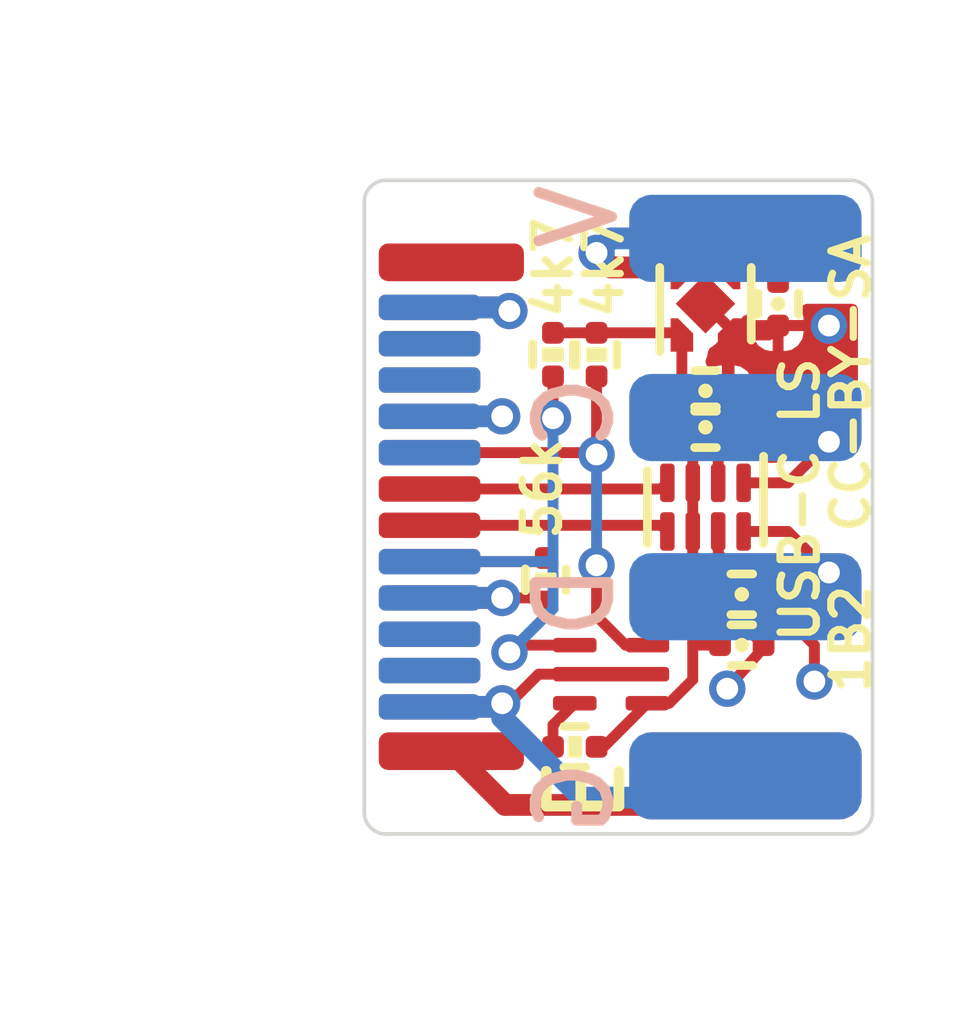
<source format=kicad_pcb>
(kicad_pcb (version 20221018) (generator pcbnew)
  (title_block (title "USB-C LevelShifter Paddle Card") (rev "R1") (company "1BitSquared") (comment 1 "(C) 2021 1BitSquared <info@1bitsquared.com>") (comment 2 "(C) 2021 Piotr Esden-Tempski <piotr@esden.net>"))
  (layers (0 "F.Cu" signal) (1 "In1.Cu" signal) (2 "In2.Cu" signal) (31 "B.Cu" signal) (34 "B.Paste" user) (35 "F.Paste" user) (36 "B.SilkS" user "B.Silkscreen") (37 "F.SilkS" user "F.Silkscreen") (38 "B.Mask" user) (39 "F.Mask" user) (44 "Edge.Cuts" user))
  (net 0 "")
  (net 1 "Earth")
  (net 2 "GND")
  (net 5 "VBUS")
  (net 6 "/DATA")
  (net 7 "/CLK")
  (net 8 "Net-(U3-Pad5)")
  (net 13 "Net-(J1-PadA5)")
  (net 17 "/SCL")
  (net 18 "/SDA")
  (net 19 "+3V3")
  (net 20 "/xCLK")
  (net 21 "/xDATA")
  (footprint "pkl_dipol:C_0201" (layer "F.Cu") (at 34.2 31.9 180)
    (fp_text reference "C5")
    (fp_text value "100n")
    (fp_line (start -0.15 -0.28) (end 0.15 -0.28) (stroke (width 0.12)) (layer "F.SilkS"))
    (fp_line (start 0.15 0.28) (end -0.15 0.28) (stroke (width 0.12)) (layer "F.SilkS"))
    (fp_circle (center 0 0) (end 0.05 0) (stroke (width 0.1)) (fill solid) (layer "F.SilkS"))
    (pad "1" smd roundrect (at -0.3 0 180) (size 0.3 0.3) (layers "F.Cu" "F.Paste" "F.Mask") (net 2 "GND"))
    (pad "2" smd roundrect (at 0.3 0 180) (size 0.3 0.3) (layers "F.Cu" "F.Paste" "F.Mask") (net 19 "+3V3"))
  )
  (footprint "pkl_dipol:C_0201" (layer "F.Cu") (at 33.7 28.9 180)
    (fp_text reference "C3")
    (fp_text value "100n")
    (fp_line (start -0.15 -0.28) (end 0.15 -0.28) (stroke (width 0.12)) (layer "F.SilkS"))
    (fp_line (start 0.15 0.28) (end -0.15 0.28) (stroke (width 0.12)) (layer "F.SilkS"))
    (fp_circle (center 0 0) (end 0.05 0) (stroke (width 0.1)) (fill solid) (layer "F.SilkS"))
    (pad "1" smd roundrect (at -0.3 0 180) (size 0.3 0.3) (layers "F.Cu" "F.Paste" "F.Mask") (net 2 "GND"))
    (pad "2" smd roundrect (at 0.3 0 180) (size 0.3 0.3) (layers "F.Cu" "F.Paste" "F.Mask") (net 19 "+3V3"))
  )
  (footprint "Package_SON:Texas_X2SON-4_1x1mm_P0.65mm" (layer "F.Cu") (at 33.7 27.2 90)
    (fp_text reference "U2")
    (fp_text value "3v3 VREG")
    (fp_line (start -0.66 -0.63) (end 0.5 -0.63) (stroke (width 0.12)) (layer "F.SilkS"))
    (fp_line (start -0.5 0.63) (end 0.5 0.63) (stroke (width 0.12)) (layer "F.SilkS"))
    (pad "1" smd custom (at -0.43 -0.325 90) (size 0.148492 0.148492) (layers "F.Cu") (net 19 "+3V3") (options (clearance outline) (anchor circle)) (primitives (gr_poly (pts (xy 0.23 -0.155) (xy -0.23 -0.155) (xy -0.23 0.155) (xy 0.020711 0.155) (xy 0.23 -0.054289)) (width 0) (fill yes))))
    (pad "2" smd custom (at -0.43 0.325 90) (size 0.148492 0.148492) (layers "F.Cu") (net 2 "GND") (options (clearance outline) (anchor circle)) (primitives (gr_poly (pts (xy 0.23 0.054289) (xy 0.23 0.155) (xy -0.23 0.155) (xy -0.23 -0.155) (xy 0.020711 -0.155)) (width 0) (fill yes))))
    (pad "3" smd custom (at 0.43 0.325 90) (size 0.148492 0.148492) (layers "F.Cu") (net 5 "VBUS") (options (clearance outline) (anchor circle)) (primitives (gr_poly (pts (xy 0.23 0.155) (xy 0.23 -0.155) (xy -0.020711 -0.155) (xy -0.23 0.054289) (xy -0.23 0.155)) (width 0) (fill yes))))
    (pad "4" smd custom (at 0.43 -0.325 90) (size 0.148492 0.148492) (layers "F.Cu") (net 5 "VBUS") (options (clearance outline) (anchor circle)) (primitives (gr_poly (pts (xy -0.23 -0.155) (xy 0.23 -0.155) (xy 0.23 0.155) (xy -0.020711 0.155) (xy -0.23 -0.054289)) (width 0) (fill yes))))
    (pad "5" smd rect (at 0 0 135) (size 0.58 0.58) (layers "F.Cu" "F.Paste" "F.Mask") (net 2 "GND"))
  )
  (footprint "pkl_dipol:R_0201" (layer "F.Cu") (at 32.2 27.9 -90)
    (fp_text reference "R3")
    (fp_text value "4k7")
    (fp_line (start -0.15 -0.28) (end 0.15 -0.28) (stroke (width 0.12)) (layer "F.SilkS"))
    (fp_line (start 0.15 0.28) (end -0.15 0.28) (stroke (width 0.12)) (layer "F.SilkS"))
    (fp_rect (start -0.075 -0.125) (end 0.075 0.125) (stroke (width 0.05)) (fill solid) (layer "F.SilkS"))
    (pad "1" smd roundrect (at -0.3 0 270) (size 0.3 0.3) (layers "F.Cu" "F.Paste" "F.Mask") (net 19 "+3V3"))
    (pad "2" smd roundrect (at 0.3 0 270) (size 0.3 0.3) (layers "F.Cu" "F.Paste" "F.Mask") (net 18 "/SDA"))
  )
  (footprint "Package_SON:X2SON-8_1.4x1mm_P0.35mm" (layer "F.Cu") (at 33.7 30 -90)
    (fp_text reference "U1")
    (fp_text value "NTS0102GF,115")
    (fp_line (start 0.5 -0.8) (end -0.7 -0.8) (stroke (width 0.12)) (layer "F.SilkS"))
    (fp_line (start 0.5 0.8) (end -0.5 0.8) (stroke (width 0.12)) (layer "F.SilkS"))
    (pad "1" smd roundrect (at -0.335 -0.525 180) (size 0.2 0.53) (layers "F.Cu" "F.Paste" "F.Mask") (net 20 "/xCLK"))
    (pad "2" smd roundrect (at -0.335 -0.175 180) (size 0.2 0.53) (layers "F.Cu" "F.Paste" "F.Mask") (net 2 "GND"))
    (pad "3" smd roundrect (at -0.335 0.175 180) (size 0.2 0.53) (layers "F.Cu" "F.Paste" "F.Mask") (net 19 "+3V3"))
    (pad "4" smd roundrect (at -0.335 0.525 180) (size 0.2 0.53) (layers "F.Cu" "F.Paste" "F.Mask") (net 7 "/CLK"))
    (pad "5" smd roundrect (at 0.335 0.525 180) (size 0.2 0.53) (layers "F.Cu" "F.Paste" "F.Mask") (net 6 "/DATA"))
    (pad "6" smd roundrect (at 0.335 0.175 180) (size 0.2 0.53) (layers "F.Cu" "F.Paste" "F.Mask") (net 19 "+3V3"))
    (pad "7" smd roundrect (at 0.335 -0.175 180) (size 0.2 0.53) (layers "F.Cu" "F.Paste" "F.Mask") (net 5 "VBUS"))
    (pad "8" smd roundrect (at 0.335 -0.525 180) (size 0.2 0.53) (layers "F.Cu" "F.Paste" "F.Mask") (net 21 "/xDATA"))
  )
  (footprint "pkl_dipol:R_0201" (layer "F.Cu") (at 31.9 33.3 180)
    (fp_text reference "R4")
    (fp_text value "4k7")
    (fp_line (start -0.15 -0.28) (end 0.15 -0.28) (stroke (width 0.12)) (layer "F.SilkS"))
    (fp_line (start 0.15 0.28) (end -0.15 0.28) (stroke (width 0.12)) (layer "F.SilkS"))
    (fp_rect (start -0.075 -0.125) (end 0.075 0.125) (stroke (width 0.05)) (fill solid) (layer "F.SilkS"))
    (pad "1" smd roundrect (at -0.3 0 180) (size 0.3 0.3) (layers "F.Cu" "F.Paste" "F.Mask") (net 19 "+3V3"))
    (pad "2" smd roundrect (at 0.3 0 180) (size 0.3 0.3) (layers "F.Cu" "F.Paste" "F.Mask") (net 8 "Net-(U3-Pad5)"))
  )
  (footprint "pkl_dipol:C_0201" (layer "F.Cu") (at 34.7 27.2 -90)
    (fp_text reference "C1")
    (fp_text value "1u")
    (fp_line (start -0.15 -0.28) (end 0.15 -0.28) (stroke (width 0.12)) (layer "F.SilkS"))
    (fp_line (start 0.15 0.28) (end -0.15 0.28) (stroke (width 0.12)) (layer "F.SilkS"))
    (fp_circle (center 0 0) (end 0.05 0) (stroke (width 0.1)) (fill solid) (layer "F.SilkS"))
    (pad "1" smd roundrect (at -0.3 0 270) (size 0.3 0.3) (layers "F.Cu" "F.Paste" "F.Mask") (net 5 "VBUS"))
    (pad "2" smd roundrect (at 0.3 0 270) (size 0.3 0.3) (layers "F.Cu" "F.Paste" "F.Mask") (net 2 "GND"))
  )
  (footprint "pkl_dipol:R_0201" (layer "F.Cu") (at 31.6 27.9 -90)
    (fp_text reference "R2")
    (fp_text value "4k7")
    (fp_line (start -0.15 -0.28) (end 0.15 -0.28) (stroke (width 0.12)) (layer "F.SilkS"))
    (fp_line (start 0.15 0.28) (end -0.15 0.28) (stroke (width 0.12)) (layer "F.SilkS"))
    (fp_rect (start -0.075 -0.125) (end 0.075 0.125) (stroke (width 0.05)) (fill solid) (layer "F.SilkS"))
    (pad "1" smd roundrect (at -0.3 0 270) (size 0.3 0.3) (layers "F.Cu" "F.Paste" "F.Mask") (net 19 "+3V3"))
    (pad "2" smd roundrect (at 0.3 0 270) (size 0.3 0.3) (layers "F.Cu" "F.Paste" "F.Mask") (net 17 "/SCL"))
  )
  (footprint "pkl_dipol:C_0201" (layer "F.Cu") (at 33.7 28.4)
    (fp_text reference "C2")
    (fp_text value "1u")
    (fp_line (start -0.15 -0.28) (end 0.15 -0.28) (stroke (width 0.12)) (layer "F.SilkS"))
    (fp_line (start 0.15 0.28) (end -0.15 0.28) (stroke (width 0.12)) (layer "F.SilkS"))
    (fp_circle (center 0 0) (end 0.05 0) (stroke (width 0.1)) (fill solid) (layer "F.SilkS"))
    (pad "1" smd roundrect (at -0.3 0) (size 0.3 0.3) (layers "F.Cu" "F.Paste" "F.Mask") (net 19 "+3V3"))
    (pad "2" smd roundrect (at 0.3 0) (size 0.3 0.3) (layers "F.Cu" "F.Paste" "F.Mask") (net 2 "GND"))
  )
  (footprint "pkl_pads:PAD_SMD_1.2x2.5" (layer "F.Cu") (at 33.9 33.7)
    (fp_text reference "P5")
    (fp_text value "PAD_SMD")
    (pad "1" smd roundrect (at 0.35 0) (size 3.2 1.2) (layers "F.Cu" "F.Mask") (net 1 "Earth"))
  )
  (footprint "pkl_housings_dfn_qfn:UFDFPN-5_1.7x1.4mm_P0.4mm" (layer "F.Cu") (at 32.4 32.3 180)
    (fp_text reference "U3")
    (fp_text value "M24C02-FMH")
    (pad "1" smd roundrect (at -0.5 -0.4 180) (size 0.6 0.2) (layers "F.Cu" "F.Paste" "F.Mask") (net 19 "+3V3"))
    (pad "2" smd roundrect (at 0 0 180) (size 1.6 0.2) (layers "F.Cu" "F.Paste" "F.Mask") (net 2 "GND"))
    (pad "3" smd roundrect (at -0.5 0.4 180) (size 0.6 0.2) (layers "F.Cu" "F.Paste" "F.Mask") (net 18 "/SDA"))
    (pad "4" smd roundrect (at 0.5 0.4 180) (size 0.6 0.2) (layers "F.Cu" "F.Paste" "F.Mask") (net 17 "/SCL"))
    (pad "5" smd roundrect (at 0.5 -0.4 180) (size 0.6 0.2) (layers "F.Cu" "F.Paste" "F.Mask") (net 8 "Net-(U3-Pad5)"))
  )
  (footprint "pkl_connectors:USB_C_Plug_CNC_C-AW10-AK5V50" (layer "F.Cu") (at 30 30 90)
    (fp_text reference "J1")
    (fp_text value "USB_C_Receptacle")
    (pad "A1" smd roundrect (at -2.75 -0.1 90) (size 0.35 1.4) (layers "F.Cu" "F.Paste" "F.Mask") (net 2 "GND"))
    (pad "A2" smd roundrect (at -2.25 -0.1 90) (size 0.35 1.4) (layers "F.Cu" "F.Paste" "F.Mask"))
    (pad "A3" smd roundrect (at -1.75 -0.1 90) (size 0.35 1.4) (layers "F.Cu" "F.Paste" "F.Mask"))
    (pad "A4" smd roundrect (at -1.25 -0.1 90) (size 0.35 1.4) (layers "F.Cu" "F.Paste" "F.Mask") (net 5 "VBUS"))
    (pad "A5" smd roundrect (at -0.75 -0.1 90) (size 0.35 1.4) (layers "F.Cu" "F.Paste" "F.Mask") (net 13 "Net-(J1-PadA5)"))
    (pad "A6" smd roundrect (at -0.25 -0.1 90) (size 0.35 1.4) (layers "F.Cu" "F.Paste" "F.Mask") (net 6 "/DATA"))
    (pad "A7" smd roundrect (at 0.25 -0.1 90) (size 0.35 1.4) (layers "F.Cu" "F.Paste" "F.Mask") (net 7 "/CLK"))
    (pad "A8" smd roundrect (at 0.75 -0.1 90) (size 0.35 1.4) (layers "F.Cu" "F.Paste" "F.Mask") (net 18 "/SDA"))
    (pad "A9" smd roundrect (at 1.25 -0.1 90) (size 0.35 1.4) (layers "F.Cu" "F.Paste" "F.Mask") (net 5 "VBUS"))
    (pad "A10" smd roundrect (at 1.75 -0.1 90) (size 0.35 1.4) (layers "F.Cu" "F.Paste" "F.Mask"))
    (pad "A11" smd roundrect (at 2.25 -0.1 90) (size 0.35 1.4) (layers "F.Cu" "F.Paste" "F.Mask"))
    (pad "A12" smd roundrect (at 2.75 -0.1 90) (size 0.35 1.4) (layers "F.Cu" "F.Paste" "F.Mask") (net 2 "GND"))
    (pad "B1" smd roundrect (at 2.75 -0.1 90) (size 0.35 1.4) (layers "B.Cu" "B.Paste" "B.Mask") (net 2 "GND"))
    (pad "B2" smd roundrect (at 2.25 -0.1 90) (size 0.35 1.4) (layers "B.Cu" "B.Paste" "B.Mask"))
    (pad "B3" smd roundrect (at 1.75 -0.1 90) (size 0.35 1.4) (layers "B.Cu" "B.Paste" "B.Mask"))
    (pad "B4" smd roundrect (at 1.25 -0.1 90) (size 0.35 1.4) (layers "B.Cu" "B.Paste" "B.Mask") (net 5 "VBUS"))
    (pad "B5" smd roundrect (at 0.75 -0.1 90) (size 0.35 1.4) (layers "B.Cu" "B.Paste" "B.Mask"))
    (pad "B8" smd roundrect (at -0.75 -0.1 90) (size 0.35 1.4) (layers "B.Cu" "B.Paste" "B.Mask") (net 17 "/SCL"))
    (pad "B9" smd roundrect (at -1.25 -0.1 90) (size 0.35 1.4) (layers "B.Cu" "B.Paste" "B.Mask") (net 5 "VBUS"))
    (pad "B10" smd roundrect (at -1.75 -0.1 90) (size 0.35 1.4) (layers "B.Cu" "B.Paste" "B.Mask"))
    (pad "B11" smd roundrect (at -2.25 -0.1 90) (size 0.35 1.4) (layers "B.Cu" "B.Paste" "B.Mask"))
    (pad "B12" smd roundrect (at -2.75 -0.1 90) (size 0.35 1.4) (layers "B.Cu" "B.Paste" "B.Mask") (net 2 "GND"))
    (pad "S1" smd roundrect (at -3.36 0.2 90) (size 0.52 2) (layers "F.Cu" "F.Paste" "F.Mask") (net 1 "Earth"))
    (pad "S1" smd roundrect (at 3.37 0.2 90) (size 0.52 2) (layers "F.Cu" "F.Paste" "F.Mask") (net 1 "Earth"))
  )
  (footprint "pkl_dipol:R_0201" (layer "F.Cu") (at 31.5 31 -90)
    (fp_text reference "R1")
    (fp_text value "56k")
    (fp_line (start -0.15 -0.28) (end 0.15 -0.28) (stroke (width 0.12)) (layer "F.SilkS"))
    (fp_line (start 0.15 0.28) (end -0.15 0.28) (stroke (width 0.12)) (layer "F.SilkS"))
    (fp_rect (start -0.075 -0.125) (end 0.075 0.125) (stroke (width 0.05)) (fill solid) (layer "F.SilkS"))
    (pad "1" smd roundrect (at -0.3 0 270) (size 0.3 0.3) (layers "F.Cu" "F.Paste" "F.Mask") (net 13 "Net-(J1-PadA5)"))
    (pad "2" smd roundrect (at 0.3 0 270) (size 0.3 0.3) (layers "F.Cu" "F.Paste" "F.Mask") (net 5 "VBUS"))
  )
  (footprint "pkl_dipol:C_0201" (layer "F.Cu") (at 34.2 31.2)
    (fp_text reference "C4")
    (fp_text value "100n")
    (fp_line (start -0.15 -0.28) (end 0.15 -0.28) (stroke (width 0.12)) (layer "F.SilkS"))
    (fp_line (start 0.15 0.28) (end -0.15 0.28) (stroke (width 0.12)) (layer "F.SilkS"))
    (fp_circle (center 0 0) (end 0.05 0) (stroke (width 0.1)) (fill solid) (layer "F.SilkS"))
    (pad "1" smd roundrect (at -0.3 0) (size 0.3 0.3) (layers "F.Cu" "F.Paste" "F.Mask") (net 2 "GND"))
    (pad "2" smd roundrect (at 0.3 0) (size 0.3 0.3) (layers "F.Cu" "F.Paste" "F.Mask") (net 5 "VBUS"))
  )
  (footprint "pkl_pads:PAD_SMD_1.2x2.5" (layer "B.Cu") (at 33.9 33.7 180)
    (fp_text reference "P4")
    (fp_text value "PAD_SMD")
    (pad "1" smd roundrect (at -0.35 0 180) (size 3.2 1.2) (layers "B.Cu" "B.Mask") (net 2 "GND"))
  )
  (footprint "pkl_pads:PAD_SMD_1.2x2.5" (layer "B.Cu") (at 33.9 31.233332 180)
    (fp_text reference "P3")
    (fp_text value "PAD_SMD")
    (pad "1" smd roundrect (at -0.35 0 180) (size 3.2 1.2) (layers "B.Cu" "B.Mask") (net 21 "/xDATA"))
  )
  (footprint "pkl_pads:PAD_SMD_1.2x2.5" (layer "B.Cu") (at 33.9 26.3 180)
    (fp_text reference "P1")
    (fp_text value "PAD_SMD")
    (pad "1" smd roundrect (at -0.35 0 180) (size 3.2 1.2) (layers "B.Cu" "B.Mask") (net 5 "VBUS"))
  )
  (footprint "pkl_pads:PAD_SMD_1.2x2.5" (layer "B.Cu") (at 33.9 28.766666 180)
    (fp_text reference "P2")
    (fp_text value "PAD_SMD")
    (pad "1" smd roundrect (at -0.35 0 180) (size 3.2 1.2) (layers "B.Cu" "B.Mask") (net 20 "/xCLK"))
  )
  (gr_line (start 36 34.2) (end 36 25.8) (stroke (width 0.05)) (layer "Edge.Cuts"))
  (gr_arc (start 29.3 34.5) (mid 29.087868 34.412132) (end 29 34.2) (stroke (width 0.05)) (layer "Edge.Cuts"))
  (gr_arc (start 36 34.2) (mid 35.912132 34.412132) (end 35.7 34.5) (stroke (width 0.05)) (layer "Edge.Cuts"))
  (gr_line (start 29 34.2) (end 29 25.8) (stroke (width 0.05)) (layer "Edge.Cuts"))
  (gr_arc (start 29 25.8) (mid 29.087868 25.587868) (end 29.3 25.5) (stroke (width 0.05)) (layer "Edge.Cuts"))
  (gr_line (start 29.3 34.5) (end 35.7 34.5) (stroke (width 0.05)) (layer "Edge.Cuts"))
  (gr_line (start 29.3 25.5) (end 35.7 25.5) (stroke (width 0.05)) (layer "Edge.Cuts"))
  (gr_arc (start 35.7 25.5) (mid 35.912132 25.587868) (end 36 25.8) (stroke (width 0.05)) (layer "Edge.Cuts"))
  (gr_text "V" (at 31.95 26 90) (layer "B.SilkS") (effects (font (size 1 1)) (justify mirror)))
  (gr_text "D" (at 31.9 31.3 90) (layer "B.SilkS") (effects (font (size 1 1)) (justify mirror)))
  (gr_text "C" (at 31.9 28.7 90) (layer "B.SilkS") (effects (font (size 1 1)) (justify mirror)))
  (gr_text "G" (at 31.9 34 90) (layer "B.SilkS") (effects (font (size 1 1)) (justify mirror)))
  (gr_text "USB-C LS" (at 35 29.9 90) (layer "F.SilkS") (effects (font (size 0.5 0.5) (thickness 0.1))))
  (gr_text "E" (at 32.0525 33.9 90) (layer "F.SilkS") (effects (font (size 1 1))))
  (gr_text "4k7" (at 32.3 26.7 90) (layer "F.SilkS") (effects (font (size 0.5 0.5) (thickness 0.1))))
  (gr_text "4k7" (at 31.6 26.7 90) (layer "F.SilkS") (effects (font (size 0.5 0.5) (thickness 0.1))))
  (gr_text "56k" (at 31.45 29.75 90) (layer "F.SilkS") (effects (font (size 0.5 0.5) (thickness 0.1))))
  (gr_text "1B2  CC-BY-SA" (at 35.7 29.4 90) (layer "F.SilkS") (effects (font (size 0.5 0.5) (thickness 0.1))))
  (segment (start 33.85 34.1) (end 34.25 33.7) (width 0.3) (layer "F.Cu") (net 1))
  (segment (start 30.94 34.1) (end 33.85 34.1) (width 0.3) (layer "F.Cu") (net 1))
  (segment (start 30.2 33.36) (end 30.94 34.1) (width 0.3) (layer "F.Cu") (net 1))
  (segment (start 33.875 29.665) (end 33.875 29.025) (width 0.15) (layer "F.Cu") (net 2))
  (segment (start 34.5 31.932832) (end 34.5 31.9) (width 0.15) (layer "F.Cu") (net 2))
  (segment (start 34 28.4) (end 34 28.9) (width 0.15) (layer "F.Cu") (net 2))
  (segment (start 34.025 27.63) (end 34.025 27.525) (width 0.15) (layer "F.Cu") (net 2))
  (segment (start 29.9 32.75) (end 30.85 32.75) (width 0.3) (layer "F.Cu") (net 2))
  (segment (start 31.002277 32.7) (end 30.9 32.7) (width 0.15) (layer "F.Cu") (net 2))
  (segment (start 34.025 27.525) (end 33.7 27.2) (width 0.15) (layer "F.Cu") (net 2))
  (segment (start 34.025 27.63) (end 34.025 28.375) (width 0.15) (layer "F.Cu") (net 2))
  (segment (start 33.9 31.2) (end 33.9 31.3) (width 0.15) (layer "F.Cu") (net 2))
  (segment (start 34 32.5) (end 34.5 31.932832) (width 0.15) (layer "F.Cu") (net 2))
  (segment (start 34.7 27.5) (end 35.4 27.5) (width 0.15) (layer "F.Cu") (net 2))
  (segment (start 34.025 28.375) (end 34 28.4) (width 0.15) (layer "F.Cu") (net 2))
  (segment (start 30.85 32.75) (end 30.9 32.7) (width 0.3) (layer "F.Cu") (net 2))
  (segment (start 34.025 27.63) (end 34.57 27.63) (width 0.15) (layer "F.Cu") (net 2))
  (segment (start 29.9 27.25) (end 30.95 27.25) (width 0.3) (layer "F.Cu") (net 2))
  (segment (start 30.95 27.25) (end 31 27.3) (width 0.3) (layer "F.Cu") (net 2))
  (segment (start 33.875 29.025) (end 34 28.9) (width 0.15) (layer "F.Cu") (net 2))
  (segment (start 34.57 27.63) (end 34.7 27.5) (width 0.15) (layer "F.Cu") (net 2))
  (segment (start 32.4 32.3) (end 31.402277 32.3) (width 0.15) (layer "F.Cu") (net 2))
  (segment (start 31.402277 32.3) (end 31.002277 32.7) (width 0.15) (layer "F.Cu") (net 2))
  (segment (start 33.9 31.3) (end 34.5 31.9) (width 0.15) (layer "F.Cu") (net 2))
  (segment (start 34 28.9) (end 34 28.8) (width 0.15) (layer "F.Cu") (net 2))
  (via (at 34 32.5) (size 0.5) (drill 0.3) (layers "F.Cu" "B.Cu") (net 2))
  (via (at 31 27.3) (size 0.5) (drill 0.3) (layers "F.Cu" "B.Cu") (net 2))
  (via (at 35.4 27.5) (size 0.5) (drill 0.3) (layers "F.Cu" "B.Cu") (net 2))
  (via (at 30.9 32.7) (size 0.5) (drill 0.3) (layers "F.Cu" "B.Cu") (net 2))
  (segment (start 32 34) (end 33.95 34) (width 0.3) (layer "B.Cu") (net 2))
  (segment (start 29.9 27.25) (end 30.95 27.25) (width 0.3) (layer "B.Cu") (net 2))
  (segment (start 30.9 32.9) (end 32 34) (width 0.3) (layer "B.Cu") (net 2))
  (segment (start 29.9 32.75) (end 30.85 32.75) (width 0.3) (layer "B.Cu") (net 2))
  (segment (start 30.9 32.7) (end 30.9 32.9) (width 0.3) (layer "B.Cu") (net 2))
  (segment (start 33.95 34) (end 34.25 33.7) (width 0.3) (layer "B.Cu") (net 2))
  (segment (start 30.95 27.25) (end 31 27.3) (width 0.3) (layer "B.Cu") (net 2))
  (segment (start 30.85 32.75) (end 30.9 32.7) (width 0.3) (layer "B.Cu") (net 2))
  (segment (start 34.3 30.82452) (end 34.5 31.02452) (width 0.15) (layer "F.Cu") (net 5))
  (segment (start 33.579642 26.565358) (end 33.820358 26.565358) (width 0.15) (layer "F.Cu") (net 5))
  (segment (start 33.820358 26.565358) (end 34.025 26.77) (width 0.15) (layer "F.Cu") (net 5))
  (segment (start 33.305 26.7) (end 33.335646 26.730646) (width 0.3) (layer "F.Cu") (net 5))
  (segment (start 30.9 31.25) (end 30.95 31.25) (width 0.15) (layer "F.Cu") (net 5))
  (segment (start 30.9 28.75) (end 31 28.75) (width 0.3) (layer "F.Cu") (net 5))
  (segment (start 33.875 30.335) (end 33.875 30.645302) (width 0.15) (layer "F.Cu") (net 5))
  (segment (start 33.875 30.645302) (end 34.054218 30.82452) (width 0.15) (layer "F.Cu") (net 5))
  (segment (start 29.9 28.75) (end 30.9 28.75) (width 0.3) (layer "F.Cu") (net 5))
  (segment (start 32.4 26.7) (end 33.305 26.7) (width 0.3) (layer "F.Cu") (net 5))
  (segment (start 31.45 31.25) (end 31.5 31.3) (width 0.15) (layer "F.Cu") (net 5))
  (segment (start 29.9 31.25) (end 30.9 31.25) (width 0.3) (layer "F.Cu") (net 5))
  (segment (start 34.57 26.77) (end 34.7 26.9) (width 0.15) (layer "F.Cu") (net 5))
  (segment (start 30.9 31.25) (end 31.45 31.25) (width 0.15) (layer "F.Cu") (net 5))
  (segment (start 35.2 31.9) (end 35.2 32.4) (width 0.15) (layer "F.Cu") (net 5))
  (segment (start 34.5 31.02452) (end 34.5 31.2) (width 0.15) (layer "F.Cu") (net 5))
  (segment (start 34.5 31.2) (end 35.2 31.9) (width 0.15) (layer "F.Cu") (net 5))
  (segment (start 32.2 26.5) (end 32.4 26.7) (width 0.3) (layer "F.Cu") (net 5))
  (segment (start 34.025 26.77) (end 34.57 26.77) (width 0.15) (layer "F.Cu") (net 5))
  (segment (start 33.375 26.77) (end 33.579642 26.565358) (width 0.15) (layer "F.Cu") (net 5))
  (segment (start 34.054218 30.82452) (end 34.3 30.82452) (width 0.15) (layer "F.Cu") (net 5))
  (via (at 35.2 32.4) (size 0.5) (drill 0.3) (layers "F.Cu" "B.Cu") (net 5))
  (via (at 30.9 31.25) (size 0.5) (drill 0.3) (layers "F.Cu" "B.Cu") (net 5))
  (via (at 30.9 28.75) (size 0.5) (drill 0.3) (layers "F.Cu" "B.Cu") (net 5))
  (via (at 32.2 26.5) (size 0.5) (drill 0.3) (layers "F.Cu" "B.Cu") (net 5))
  (segment (start 32.4 26.3) (end 32.2 26.5) (width 0.3) (layer "B.Cu") (net 5))
  (segment (start 34.25 26.3) (end 32.4 26.3) (width 0.3) (layer "B.Cu") (net 5))
  (segment (start 29.9 28.75) (end 30.9 28.75) (width 0.3) (layer "B.Cu") (net 5))
  (segment (start 29.9 31.25) (end 30.9 31.25) (width 0.3) (layer "B.Cu") (net 5))
  (segment (start 29.9 31.25) (end 29.82499 31.25) (width 0.3) (layer "B.Cu") (net 5))
  (segment (start 33.09 30.25) (end 33.175 30.335) (width 0.15) (layer "F.Cu") (net 6))
  (segment (start 29.9 30.25) (end 33.09 30.25) (width 0.15) (layer "F.Cu") (net 6))
  (segment (start 33.09 29.75) (end 33.175 29.665) (width 0.15) (layer "F.Cu") (net 7))
  (segment (start 29.9 29.75) (end 33.09 29.75) (width 0.15) (layer "F.Cu") (net 7))
  (segment (start 31.6 33.3) (end 31.6 33) (width 0.15) (layer "F.Cu") (net 8))
  (segment (start 31.6 33) (end 31.9 32.7) (width 0.15) (layer "F.Cu") (net 8))
  (segment (start 31.45 30.75) (end 31.5 30.7) (width 0.15) (layer "F.Cu") (net 13))
  (segment (start 29.9 30.75) (end 31.45 30.75) (width 0.15) (layer "F.Cu") (net 13))
  (segment (start 31 32) (end 31.1 31.9) (width 0.15) (layer "F.Cu") (net 17))
  (segment (start 31.1 31.9) (end 31.9 31.9) (width 0.15) (layer "F.Cu") (net 17))
  (segment (start 31.6 28.2) (end 31.6 28.7755) (width 0.15) (layer "F.Cu") (net 17))
  (via (at 31 32) (size 0.5) (drill 0.3) (layers "F.Cu" "B.Cu") (net 17))
  (via (at 31.6 28.7755) (size 0.5) (drill 0.3) (layers "F.Cu" "B.Cu") (net 17))
  (segment (start 31.6 28.7755) (end 31.6 30.796745) (width 0.15) (layer "B.Cu") (net 17))
  (segment (start 31.553255 30.75) (end 29.9 30.75) (width 0.15) (layer "B.Cu") (net 17))
  (segment (start 31.6 30.796745) (end 31.6 31.4) (width 0.15) (layer "B.Cu") (net 17))
  (segment (start 31.6 30.796745) (end 31.553255 30.75) (width 0.15) (layer "B.Cu") (net 17))
  (segment (start 31.6 31.4) (end 31 32) (width 0.15) (layer "B.Cu") (net 17))
  (segment (start 32.2 29.2755) (end 32.1745 29.25) (width 0.15) (layer "F.Cu") (net 18))
  (segment (start 32.1745 29.25) (end 29.9 29.25) (width 0.15) (layer "F.Cu") (net 18))
  (segment (start 32.2 31.5) (end 32.2 30.8) (width 0.15) (layer "F.Cu") (net 18))
  (segment (start 32.6 31.9) (end 32.2 31.5) (width 0.15) (layer "F.Cu") (net 18))
  (segment (start 32.2 28.2) (end 32.2 29.2755) (width 0.15) (layer "F.Cu") (net 18))
  (segment (start 32.9 31.9) (end 32.6 31.9) (width 0.15) (layer "F.Cu") (net 18))
  (via (at 32.2 30.8) (size 0.5) (drill 0.3) (layers "F.Cu" "B.Cu") (net 18))
  (via (at 32.2 29.2755) (size 0.5) (drill 0.3) (layers "F.Cu" "B.Cu") (net 18))
  (segment (start 32.2 29.2755) (end 32.2 30.8) (width 0.15) (layer "B.Cu") (net 18))
  (segment (start 33.525 31.875) (end 33.525 32.375) (width 0.15) (layer "F.Cu") (net 19))
  (segment (start 33.375 28.375) (end 33.4 28.4) (width 0.15) (layer "F.Cu") (net 19))
  (segment (start 33.4 28.4) (end 33.4 28.5) (width 0.15) (layer "F.Cu") (net 19))
  (segment (start 32.2 27.6) (end 33.345 27.6) (width 0.15) (layer "F.Cu") (net 19))
  (segment (start 33.525 29.665) (end 33.525 30.335) (width 0.15) (layer "F.Cu") (net 19))
  (segment (start 33.55 31.9) (end 33.525 31.875) (width 0.15) (layer "F.Cu") (net 19))
  (segment (start 31.6 27.6) (end 32.2 27.6) (width 0.15) (layer "F.Cu") (net 19))
  (segment (start 33.2 32.7) (end 32.9 32.7) (width 0.15) (layer "F.Cu") (net 19))
  (segment (start 32.3 33.3) (end 32.9 32.7) (width 0.15) (layer "F.Cu") (net 19))
  (segment (start 33.525 30.335) (end 33.525 31.875) (width 0.15) (layer "F.Cu") (net 19))
  (segment (start 33.345 27.6) (end 33.375 27.63) (width 0.15) (layer "F.Cu") (net 19))
  (segment (start 33.4 28.4) (end 33.4 28.9) (width 0.15) (layer "F.Cu") (net 19))
  (segment (start 33.525 29.025) (end 33.4 28.9) (width 0.15) (layer "F.Cu") (net 19))
  (segment (start 33.9 31.9) (end 33.55 31.9) (width 0.15) (layer "F.Cu") (net 19))
  (segment (start 33.525 29.665) (end 33.525 29.025) (width 0.15) (layer "F.Cu") (net 19))
  (segment (start 33.525 32.375) (end 33.2 32.7) (width 0.15) (layer "F.Cu") (net 19))
  (segment (start 33.375 27.63) (end 33.375 28.375) (width 0.15) (layer "F.Cu") (net 19))
  (segment (start 32.2 33.3) (end 32.3 33.3) (width 0.15) (layer "F.Cu") (net 19))
  (segment (start 34.835 29.665) (end 34.225 29.665) (width 0.15) (layer "F.Cu") (net 20))
  (segment (start 35.4 29.1) (end 34.835 29.665) (width 0.15) (layer "F.Cu") (net 20))
  (via (at 35.4 29.1) (size 0.5) (drill 0.3) (layers "F.Cu" "B.Cu") (net 20))
  (segment (start 35.4 29.1) (end 35.066666 28.766666) (width 0.15) (layer "B.Cu") (net 20))
  (segment (start 35.066666 28.766666) (end 34.25 28.766666) (width 0.15) (layer "B.Cu") (net 20))
  (segment (start 34.835 30.335) (end 34.225 30.335) (width 0.15) (layer "F.Cu") (net 21))
  (segment (start 35.4 30.9) (end 34.835 30.335) (width 0.15) (layer "F.Cu") (net 21))
  (via (at 35.4 30.9) (size 0.5) (drill 0.3) (layers "F.Cu" "B.Cu") (net 21))
  (zone (net 2) (net_name "GND") (layer "F.Cu") (connect_pads (clearance 0.2)) (min_thickness 0.15) (fill yes (thermal_gap 0.2) (thermal_bridge_width 0.15))
    (polygon (pts (xy 35.8 28.8) (xy 35 28.8) (xy 35 30) (xy 33.7 30) (xy 33.7 27.2) (xy 35.8 27.2)))
  )
)
</source>
